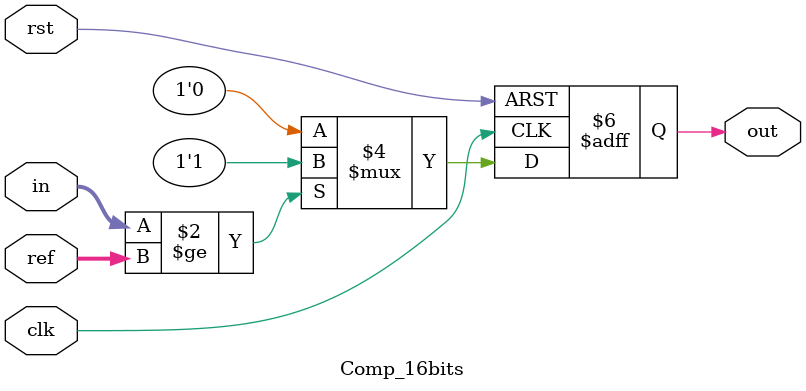
<source format=v>
`timescale 1ns / 1ps
module Comp_16bits(in,out,rst,ref,clk);
input wire [3:0] in, ref;
input wire rst,clk;
output reg out;
 
always@(posedge clk,posedge rst)
if (rst) out = 1'b0;
else if (in >= ref) out = 1'b1;
else out = 1'b0;
endmodule

</source>
